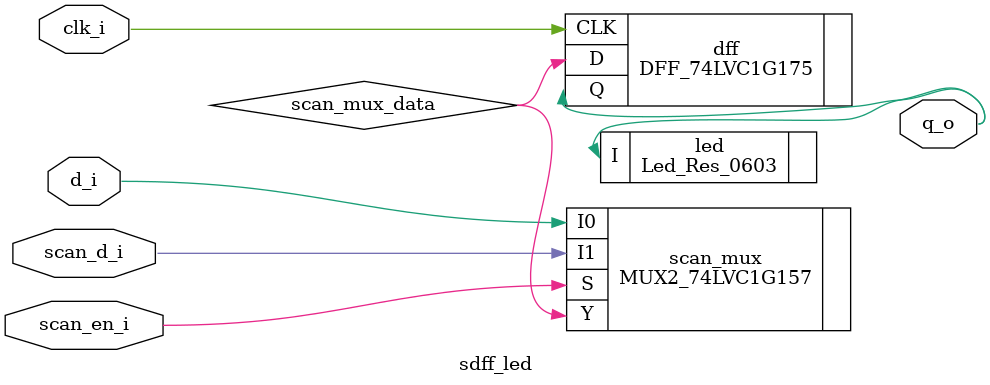
<source format=v>

module sdff_led (
  input  clk_i,
  input  scan_en_i,
  input  scan_d_i,
  input  d_i,
  output q_o
);
  wire scan_mux_data;

  MUX2_74LVC1G157 scan_mux (
    .I0 ( d_i           ),
    .I1 ( scan_d_i      ),
    .S  ( scan_en_i     ),
    .Y  ( scan_mux_data )
  );

  DFF_74LVC1G175 dff (
    .CLK ( clk_i         ),
    .D   ( scan_mux_data ),
    .Q   ( q_o           )
  );

  Led_Res_0603 led (
    .I   ( q_o )
  );
endmodule

</source>
